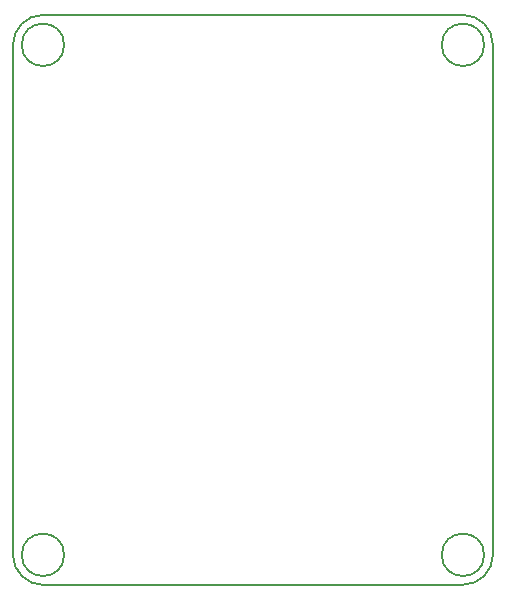
<source format=gbr>
G04 #@! TF.FileFunction,Profile,NP*
%FSLAX46Y46*%
G04 Gerber Fmt 4.6, Leading zero omitted, Abs format (unit mm)*
G04 Created by KiCad (PCBNEW 4.0.7) date 04/18/19 12:47:30*
%MOMM*%
%LPD*%
G01*
G04 APERTURE LIST*
%ADD10C,0.100000*%
%ADD11C,0.150000*%
G04 APERTURE END LIST*
D10*
D11*
X116096051Y-104140000D02*
G75*
G03X116096051Y-104140000I-1796051J0D01*
G01*
X151656051Y-147320000D02*
G75*
G03X151656051Y-147320000I-1796051J0D01*
G01*
X116096051Y-147320000D02*
G75*
G03X116096051Y-147320000I-1796051J0D01*
G01*
X151656051Y-104140000D02*
G75*
G03X151656051Y-104140000I-1796051J0D01*
G01*
X114300000Y-149860000D02*
X149860000Y-149860000D01*
X149860000Y-149860000D02*
G75*
G03X152400000Y-147320000I0J2540000D01*
G01*
X111760000Y-147320000D02*
G75*
G03X114300000Y-149860000I2540000J0D01*
G01*
X152400000Y-104140000D02*
G75*
G03X149860000Y-101600000I-2540000J0D01*
G01*
X114300000Y-101600000D02*
G75*
G03X111760000Y-104140000I0J-2540000D01*
G01*
X149860000Y-101600000D02*
X114300000Y-101600000D01*
X152400000Y-147320000D02*
X152400000Y-104140000D01*
X111760000Y-104140000D02*
X111760000Y-147320000D01*
M02*

</source>
